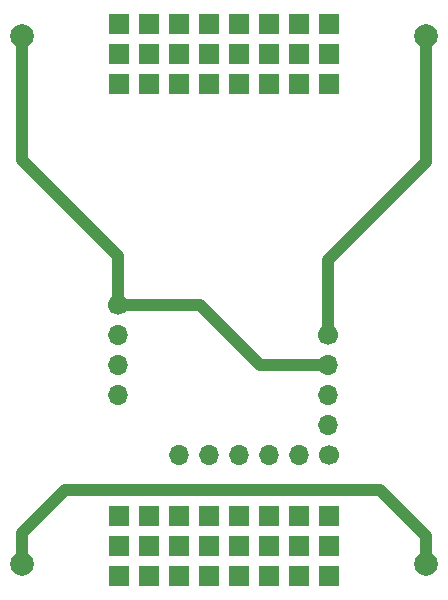
<source format=gtl>
G04 #@! TF.FileFunction,Copper,L1,Top,Signal*
%FSLAX46Y46*%
G04 Gerber Fmt 4.6, Leading zero omitted, Abs format (unit mm)*
G04 Created by KiCad (PCBNEW 4.0.2-stable) date 05.07.2017 20:40:53*
%MOMM*%
G01*
G04 APERTURE LIST*
%ADD10C,0.100000*%
%ADD11R,1.700000X1.700000*%
%ADD12C,1.700000*%
%ADD13O,1.700000X1.700000*%
%ADD14C,2.000000*%
%ADD15C,1.000000*%
G04 APERTURE END LIST*
D10*
D11*
X170942000Y-92392500D03*
X173482000Y-92392500D03*
X176022000Y-92392500D03*
X178562000Y-92392500D03*
X181102000Y-92392500D03*
X183642000Y-92392500D03*
X186182000Y-92392500D03*
X188722000Y-92392500D03*
X170942000Y-89852500D03*
X173482000Y-89852500D03*
X176022000Y-89852500D03*
X178562000Y-89852500D03*
X181102000Y-89852500D03*
X183642000Y-89852500D03*
X186182000Y-89852500D03*
X188722000Y-89852500D03*
X170942000Y-87312500D03*
X173482000Y-87312500D03*
X176022000Y-87312500D03*
X178562000Y-87312500D03*
X181102000Y-87312500D03*
X183642000Y-87312500D03*
X186182000Y-87312500D03*
X188722000Y-87312500D03*
X170942000Y-128905000D03*
X173482000Y-128905000D03*
X176022000Y-128905000D03*
X178562000Y-128905000D03*
X181102000Y-128905000D03*
X183642000Y-128905000D03*
X186182000Y-128905000D03*
X188722000Y-128905000D03*
X170942000Y-131445000D03*
X173482000Y-131445000D03*
X176022000Y-131445000D03*
X178562000Y-131445000D03*
X181102000Y-131445000D03*
X183642000Y-131445000D03*
X186182000Y-131445000D03*
X188722000Y-131445000D03*
X170942000Y-133985000D03*
X173482000Y-133985000D03*
X176022000Y-133985000D03*
X178562000Y-133985000D03*
X181102000Y-133985000D03*
X183642000Y-133985000D03*
X186182000Y-133985000D03*
X188722000Y-133985000D03*
D12*
X170878500Y-111061500D03*
D13*
X170878500Y-113601500D03*
X170878500Y-116141500D03*
X170878500Y-118681500D03*
D12*
X188658500Y-113601500D03*
D13*
X188658500Y-116141500D03*
X188658500Y-118681500D03*
X188658500Y-121221500D03*
D12*
X188722000Y-123761500D03*
D13*
X186182000Y-123761500D03*
X183642000Y-123761500D03*
X181102000Y-123761500D03*
X178562000Y-123761500D03*
X176022000Y-123761500D03*
D14*
X196913500Y-88267000D03*
X196913500Y-132967000D03*
X162750500Y-132967000D03*
X162750500Y-88267000D03*
D15*
X193040000Y-126746000D02*
X196913500Y-130619500D01*
X196913500Y-130619500D02*
X196913500Y-132967000D01*
X166370000Y-126746000D02*
X193040000Y-126746000D01*
X162750500Y-130365500D02*
X166370000Y-126746000D01*
X162750500Y-132967000D02*
X162750500Y-130365500D01*
X188658500Y-116141500D02*
X182880000Y-116141500D01*
X170878500Y-111061500D02*
X177800000Y-111061500D01*
X177800000Y-111061500D02*
X182880000Y-116141500D01*
X170878500Y-111061500D02*
X170878500Y-106934000D01*
X162750500Y-88267000D02*
X162750500Y-98806000D01*
X162750500Y-98806000D02*
X170878500Y-106934000D01*
X188658500Y-107251500D02*
X196913500Y-98996500D01*
X196913500Y-98996500D02*
X196913500Y-88267000D01*
X188658500Y-113601500D02*
X188658500Y-107251500D01*
M02*

</source>
